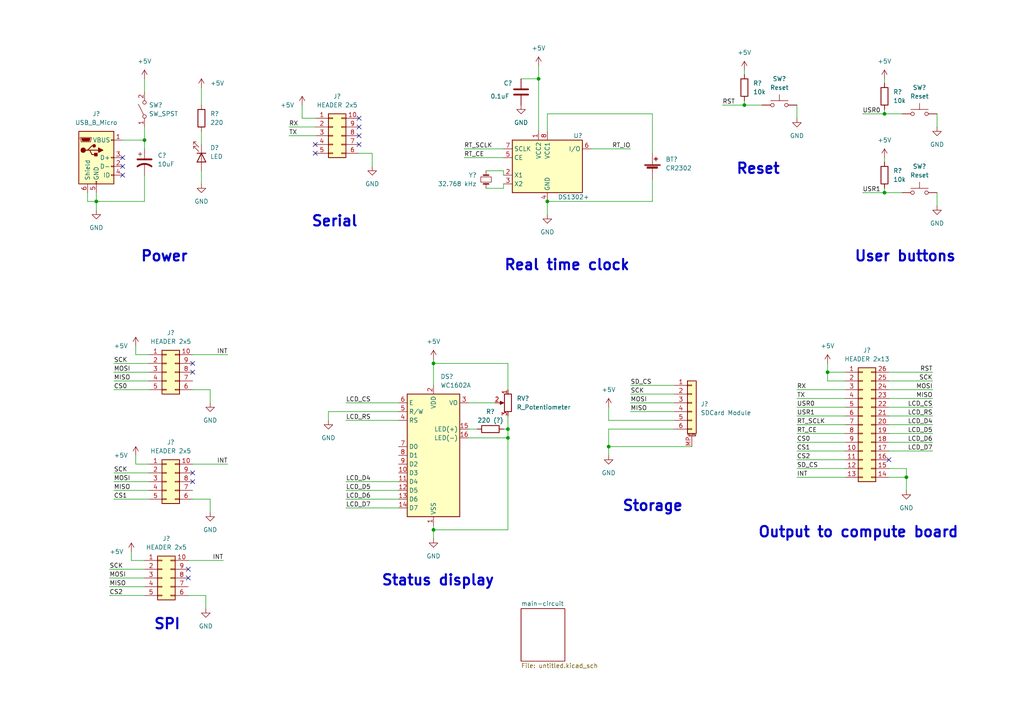
<source format=kicad_sch>
(kicad_sch (version 20211123) (generator eeschema)
  (paper "A4")
  (lib_symbols
    (symbol "Connector:USB_B_Micro" (pin_names (offset 1.016))
      (property "Reference" "J" (at -5.08 11.43 0))
      (property "Value" "USB_B_Micro" (at -5.08 8.89 0))
      (symbol "USB_B_Micro_0_1"
        (rectangle (start -5.08 -7.62) (end 5.08 7.62) (stroke (width 0.254)) (fill (type background)))
        (circle (center -3.81 2.159) (radius 0.635) (stroke (width 0.254)) (fill (type outline)))
        (circle (center -0.635 3.429) (radius 0.381) (stroke (width 0.254)) (fill (type outline)))
        (rectangle (start -0.127 -7.62) (end 0.127 -6.858))
        (polyline (pts (xy -1.905 2.159) (xy 0.635 2.159)) (stroke (width 0.254)))
        (polyline (pts (xy -3.175 2.159) (xy -2.54 2.159) (xy -1.27 3.429) (xy -0.635 3.429)) (stroke (width 0.254)))
        (polyline (pts (xy -2.54 2.159) (xy -1.905 2.159) (xy -1.27 0.889) (xy 0 0.889)) (stroke (width 0.254)))
        (polyline (pts (xy 0.635 2.794) (xy 0.635 1.524) (xy 1.905 2.159) (xy 0.635 2.794)) (stroke (width 0.254)) (fill (type outline)))
        (polyline (pts (xy -4.318 5.588) (xy -1.778 5.588) (xy -2.032 4.826) (xy -4.064 4.826) (xy -4.318 5.588)) (fill (type outline)))
        (polyline (pts (xy -4.699 5.842) (xy -4.699 5.588) (xy -4.445 4.826) (xy -4.445 4.572) (xy -1.651 4.572) (xy -1.651 4.826) (xy -1.397 5.588) (xy -1.397 5.842) (xy -4.699 5.842)))
        (rectangle (start 0.254 1.27) (end -0.508 0.508) (stroke (width 0.254)) (fill (type outline)))
        (rectangle (start 5.08 -5.207) (end 4.318 -4.953))
        (rectangle (start 5.08 -2.667) (end 4.318 -2.413))
        (rectangle (start 5.08 -0.127) (end 4.318 0.127))
        (rectangle (start 5.08 4.953) (end 4.318 5.207))
      )
      (symbol "USB_B_Micro_1_1"
        (pin power_out line (at 7.62 5.08 180) (length 2.54) (name "VBUS") (number "1"))
        (pin bidirectional line (at 7.62 -2.54 180) (length 2.54) (name "D-") (number "2"))
        (pin bidirectional line (at 7.62 0 180) (length 2.54) (name "D+") (number "3"))
        (pin passive line (at 7.62 -5.08 180) (length 2.54) (name "ID") (number "4"))
        (pin power_out line (at 0 -10.16 90) (length 2.54) (name "GND") (number "5"))
        (pin passive line (at -2.54 -10.16 90) (length 2.54) (name "Shield") (number "6"))
      )
    )
    (symbol "Connector_Generic:Conn_02x05_Counter_Clockwise" (pin_names (offset 1.016) hide)
      (property "Reference" "J" (at 1.27 7.62 0))
      (property "Value" "Conn_02x05_Counter_Clockwise" (at 1.27 -7.62 0))
      (symbol "Conn_02x05_Counter_Clockwise_1_1"
        (rectangle (start -1.27 -4.953) (end 0 -5.207) (stroke (width 0.1524)))
        (rectangle (start -1.27 -2.413) (end 0 -2.667) (stroke (width 0.1524)))
        (rectangle (start -1.27 0.127) (end 0 -0.127) (stroke (width 0.1524)))
        (rectangle (start -1.27 2.667) (end 0 2.413) (stroke (width 0.1524)))
        (rectangle (start -1.27 5.207) (end 0 4.953) (stroke (width 0.1524)))
        (rectangle (start -1.27 6.35) (end 3.81 -6.35) (stroke (width 0.254)) (fill (type background)))
        (rectangle (start 3.81 -4.953) (end 2.54 -5.207) (stroke (width 0.1524)))
        (rectangle (start 3.81 -2.413) (end 2.54 -2.667) (stroke (width 0.1524)))
        (rectangle (start 3.81 0.127) (end 2.54 -0.127) (stroke (width 0.1524)))
        (rectangle (start 3.81 2.667) (end 2.54 2.413) (stroke (width 0.1524)))
        (rectangle (start 3.81 5.207) (end 2.54 4.953) (stroke (width 0.1524)))
        (pin passive line (at -5.08 5.08 0) (length 3.81) (name "Pin_1") (number "1"))
        (pin passive line (at 7.62 5.08 180) (length 3.81) (name "Pin_10") (number "10"))
        (pin passive line (at -5.08 2.54 0) (length 3.81) (name "Pin_2") (number "2"))
        (pin passive line (at -5.08 0 0) (length 3.81) (name "Pin_3") (number "3"))
        (pin passive line (at -5.08 -2.54 0) (length 3.81) (name "Pin_4") (number "4"))
        (pin passive line (at -5.08 -5.08 0) (length 3.81) (name "Pin_5") (number "5"))
        (pin passive line (at 7.62 -5.08 180) (length 3.81) (name "Pin_6") (number "6"))
        (pin passive line (at 7.62 -2.54 180) (length 3.81) (name "Pin_7") (number "7"))
        (pin passive line (at 7.62 0 180) (length 3.81) (name "Pin_8") (number "8"))
        (pin passive line (at 7.62 2.54 180) (length 3.81) (name "Pin_9") (number "9"))
      )
    )
    (symbol "Connector_Generic:Conn_02x13_Counter_Clockwise" (pin_names (offset 1.016) hide)
      (property "Reference" "J" (at 1.27 17.78 0))
      (property "Value" "Conn_02x13_Counter_Clockwise" (at 1.27 -17.78 0))
      (symbol "Conn_02x13_Counter_Clockwise_1_1"
        (rectangle (start -1.27 -15.113) (end 0 -15.367) (stroke (width 0.1524)))
        (rectangle (start -1.27 -12.573) (end 0 -12.827) (stroke (width 0.1524)))
        (rectangle (start -1.27 -10.033) (end 0 -10.287) (stroke (width 0.1524)))
        (rectangle (start -1.27 -7.493) (end 0 -7.747) (stroke (width 0.1524)))
        (rectangle (start -1.27 -4.953) (end 0 -5.207) (stroke (width 0.1524)))
        (rectangle (start -1.27 -2.413) (end 0 -2.667) (stroke (width 0.1524)))
        (rectangle (start -1.27 0.127) (end 0 -0.127) (stroke (width 0.1524)))
        (rectangle (start -1.27 2.667) (end 0 2.413) (stroke (width 0.1524)))
        (rectangle (start -1.27 5.207) (end 0 4.953) (stroke (width 0.1524)))
        (rectangle (start -1.27 7.747) (end 0 7.493) (stroke (width 0.1524)))
        (rectangle (start -1.27 10.287) (end 0 10.033) (stroke (width 0.1524)))
        (rectangle (start -1.27 12.827) (end 0 12.573) (stroke (width 0.1524)))
        (rectangle (start -1.27 15.367) (end 0 15.113) (stroke (width 0.1524)))
        (rectangle (start -1.27 16.51) (end 3.81 -16.51) (stroke (width 0.254)) (fill (type background)))
        (rectangle (start 3.81 -15.113) (end 2.54 -15.367) (stroke (width 0.1524)))
        (rectangle (start 3.81 -12.573) (end 2.54 -12.827) (stroke (width 0.1524)))
        (rectangle (start 3.81 -10.033) (end 2.54 -10.287) (stroke (width 0.1524)))
        (rectangle (start 3.81 -7.493) (end 2.54 -7.747) (stroke (width 0.1524)))
        (rectangle (start 3.81 -4.953) (end 2.54 -5.207) (stroke (width 0.1524)))
        (rectangle (start 3.81 -2.413) (end 2.54 -2.667) (stroke (width 0.1524)))
        (rectangle (start 3.81 0.127) (end 2.54 -0.127) (stroke (width 0.1524)))
        (rectangle (start 3.81 2.667) (end 2.54 2.413) (stroke (width 0.1524)))
        (rectangle (start 3.81 5.207) (end 2.54 4.953) (stroke (width 0.1524)))
        (rectangle (start 3.81 7.747) (end 2.54 7.493) (stroke (width 0.1524)))
        (rectangle (start 3.81 10.287) (end 2.54 10.033) (stroke (width 0.1524)))
        (rectangle (start 3.81 12.827) (end 2.54 12.573) (stroke (width 0.1524)))
        (rectangle (start 3.81 15.367) (end 2.54 15.113) (stroke (width 0.1524)))
        (pin passive line (at -5.08 15.24 0) (length 3.81) (name "Pin_1") (number "1"))
        (pin passive line (at -5.08 -7.62 0) (length 3.81) (name "Pin_10") (number "10"))
        (pin passive line (at -5.08 -10.16 0) (length 3.81) (name "Pin_11") (number "11"))
        (pin passive line (at -5.08 -12.7 0) (length 3.81) (name "Pin_12") (number "12"))
        (pin passive line (at -5.08 -15.24 0) (length 3.81) (name "Pin_13") (number "13"))
        (pin passive line (at 7.62 -15.24 180) (length 3.81) (name "Pin_14") (number "14"))
        (pin passive line (at 7.62 -12.7 180) (length 3.81) (name "Pin_15") (number "15"))
        (pin passive line (at 7.62 -10.16 180) (length 3.81) (name "Pin_16") (number "16"))
        (pin passive line (at 7.62 -7.62 180) (length 3.81) (name "Pin_17") (number "17"))
        (pin passive line (at 7.62 -5.08 180) (length 3.81) (name "Pin_18") (number "18"))
        (pin passive line (at 7.62 -2.54 180) (length 3.81) (name "Pin_19") (number "19"))
        (pin passive line (at -5.08 12.7 0) (length 3.81) (name "Pin_2") (number "2"))
        (pin passive line (at 7.62 0 180) (length 3.81) (name "Pin_20") (number "20"))
        (pin passive line (at 7.62 2.54 180) (length 3.81) (name "Pin_21") (number "21"))
        (pin passive line (at 7.62 5.08 180) (length 3.81) (name "Pin_22") (number "22"))
        (pin passive line (at 7.62 7.62 180) (length 3.81) (name "Pin_23") (number "23"))
        (pin passive line (at 7.62 10.16 180) (length 3.81) (name "Pin_24") (number "24"))
        (pin passive line (at 7.62 12.7 180) (length 3.81) (name "Pin_25") (number "25"))
        (pin passive line (at 7.62 15.24 180) (length 3.81) (name "Pin_26") (number "26"))
        (pin passive line (at -5.08 10.16 0) (length 3.81) (name "Pin_3") (number "3"))
        (pin passive line (at -5.08 7.62 0) (length 3.81) (name "Pin_4") (number "4"))
        (pin passive line (at -5.08 5.08 0) (length 3.81) (name "Pin_5") (number "5"))
        (pin passive line (at -5.08 2.54 0) (length 3.81) (name "Pin_6") (number "6"))
        (pin passive line (at -5.08 0 0) (length 3.81) (name "Pin_7") (number "7"))
        (pin passive line (at -5.08 -2.54 0) (length 3.81) (name "Pin_8") (number "8"))
        (pin passive line (at -5.08 -5.08 0) (length 3.81) (name "Pin_9") (number "9"))
      )
    )
    (symbol "Connector_Generic_MountingPin:Conn_01x06_MountingPin" (pin_names (offset 1.016) hide)
      (property "Reference" "J" (at 0 7.62 0))
      (property "Value" "Conn_01x06_MountingPin" (at 1.27 -10.16 0))
      (symbol "Conn_01x06_MountingPin_1_1"
        (rectangle (start -1.27 -7.493) (end 0 -7.747) (stroke (width 0.1524)))
        (rectangle (start -1.27 -4.953) (end 0 -5.207) (stroke (width 0.1524)))
        (rectangle (start -1.27 -2.413) (end 0 -2.667) (stroke (width 0.1524)))
        (rectangle (start -1.27 0.127) (end 0 -0.127) (stroke (width 0.1524)))
        (rectangle (start -1.27 2.667) (end 0 2.413) (stroke (width 0.1524)))
        (rectangle (start -1.27 5.207) (end 0 4.953) (stroke (width 0.1524)))
        (rectangle (start -1.27 6.35) (end 1.27 -8.89) (stroke (width 0.254)) (fill (type background)))
        (polyline (pts (xy -1.016 -9.652) (xy 1.016 -9.652)) (stroke (width 0.1524)))
        (text "Mounting" (at 0 -9.271 0) (effects (font (size 0.381 0.381))))
        (pin passive line (at -5.08 5.08 0) (length 3.81) (name "Pin_1") (number "1"))
        (pin passive line (at -5.08 2.54 0) (length 3.81) (name "Pin_2") (number "2"))
        (pin passive line (at -5.08 0 0) (length 3.81) (name "Pin_3") (number "3"))
        (pin passive line (at -5.08 -2.54 0) (length 3.81) (name "Pin_4") (number "4"))
        (pin passive line (at -5.08 -5.08 0) (length 3.81) (name "Pin_5") (number "5"))
        (pin passive line (at -5.08 -7.62 0) (length 3.81) (name "Pin_6") (number "6"))
        (pin passive line (at 0 -12.7 90) (length 3.048) (name "MountPin") (number "MP"))
      )
    )
    (symbol "Device:Battery_Cell" (pin_numbers hide) (pin_names (offset 0) hide)
      (property "Reference" "BT" (at 2.54 2.54 0))
      (property "Value" "Battery_Cell" (at 2.54 0 0))
      (symbol "Battery_Cell_0_1"
        (rectangle (start -2.286 1.778) (end 2.286 1.524) (fill (type outline)))
        (rectangle (start -1.5748 1.1938) (end 1.4732 0.6858) (fill (type outline)))
        (polyline (pts (xy 0 0.762) (xy 0 0)))
        (polyline (pts (xy 0 1.778) (xy 0 2.54)))
        (polyline (pts (xy 0.508 3.429) (xy 1.524 3.429)) (stroke (width 0.254)))
        (polyline (pts (xy 1.016 3.937) (xy 1.016 2.921)) (stroke (width 0.254)))
      )
      (symbol "Battery_Cell_1_1"
        (pin passive line (at 0 5.08 270) (length 2.54) (name "+") (number "1"))
        (pin passive line (at 0 -2.54 90) (length 2.54) (name "-") (number "2"))
      )
    )
    (symbol "Device:C" (pin_numbers hide) (pin_names (offset 0.254))
      (property "Reference" "C" (at 0.635 2.54 0))
      (property "Value" "C" (at 0.635 -2.54 0))
      (symbol "C_0_1"
        (polyline (pts (xy -2.032 -0.762) (xy 2.032 -0.762)) (stroke (width 0.508)))
        (polyline (pts (xy -2.032 0.762) (xy 2.032 0.762)) (stroke (width 0.508)))
      )
      (symbol "C_1_1"
        (pin passive line (at 0 3.81 270) (length 2.794) (name "~") (number "1"))
        (pin passive line (at 0 -3.81 90) (length 2.794) (name "~") (number "2"))
      )
    )
    (symbol "Device:C_Polarized_US" (pin_numbers hide) (pin_names (offset 0.254) hide)
      (property "Reference" "C" (at 0.635 2.54 0))
      (property "Value" "C_Polarized_US" (at 0.635 -2.54 0))
      (symbol "C_Polarized_US_0_1"
        (polyline (pts (xy -2.032 0.762) (xy 2.032 0.762)) (stroke (width 0.508)))
        (polyline (pts (xy -1.778 2.286) (xy -0.762 2.286)))
        (polyline (pts (xy -1.27 1.778) (xy -1.27 2.794)))
        (arc (start 2.032 -1.27) (mid 0 -0.5572) (end -2.032 -1.27) (stroke (width 0.508)))
      )
      (symbol "C_Polarized_US_1_1"
        (pin passive line (at 0 3.81 270) (length 2.794) (name "~") (number "1"))
        (pin passive line (at 0 -3.81 90) (length 3.302) (name "~") (number "2"))
      )
    )
    (symbol "Device:Crystal_Small" (pin_numbers hide) (pin_names (offset 1.016) hide)
      (property "Reference" "Y" (at 0 2.54 0))
      (property "Value" "Crystal_Small" (at 0 -2.54 0))
      (symbol "Crystal_Small_0_1"
        (rectangle (start -0.762 -1.524) (end 0.762 1.524))
        (polyline (pts (xy -1.27 -0.762) (xy -1.27 0.762)) (stroke (width 0.381)))
        (polyline (pts (xy 1.27 -0.762) (xy 1.27 0.762)) (stroke (width 0.381)))
      )
      (symbol "Crystal_Small_1_1"
        (pin passive line (at -2.54 0 0) (length 1.27) (name "1") (number "1"))
        (pin passive line (at 2.54 0 180) (length 1.27) (name "2") (number "2"))
      )
    )
    (symbol "Device:LED" (pin_numbers hide) (pin_names (offset 1.016) hide)
      (property "Reference" "D" (at 0 2.54 0))
      (property "Value" "LED" (at 0 -2.54 0))
      (symbol "LED_0_1"
        (polyline (pts (xy -1.27 -1.27) (xy -1.27 1.27)) (stroke (width 0.254)))
        (polyline (pts (xy -1.27 0) (xy 1.27 0)))
        (polyline (pts (xy 1.27 -1.27) (xy 1.27 1.27) (xy -1.27 0) (xy 1.27 -1.27)) (stroke (width 0.254)))
        (polyline (pts (xy -3.048 -0.762) (xy -4.572 -2.286) (xy -3.81 -2.286) (xy -4.572 -2.286) (xy -4.572 -1.524)))
        (polyline (pts (xy -1.778 -0.762) (xy -3.302 -2.286) (xy -2.54 -2.286) (xy -3.302 -2.286) (xy -3.302 -1.524)))
      )
      (symbol "LED_1_1"
        (pin passive line (at -3.81 0 0) (length 2.54) (name "K") (number "1"))
        (pin passive line (at 3.81 0 180) (length 2.54) (name "A") (number "2"))
      )
    )
    (symbol "Device:R" (pin_numbers hide) (pin_names (offset 0))
      (property "Reference" "R" (at 2.032 0 90))
      (property "Value" "R" (at 0 0 90))
      (symbol "R_0_1"
        (rectangle (start -1.016 -2.54) (end 1.016 2.54) (stroke (width 0.254)))
      )
      (symbol "R_1_1"
        (pin passive line (at 0 3.81 270) (length 1.27) (name "~") (number "1"))
        (pin passive line (at 0 -3.81 90) (length 1.27) (name "~") (number "2"))
      )
    )
    (symbol "Device:R_Potentiometer" (pin_names (offset 1.016) hide)
      (property "Reference" "RV" (at -4.445 0 90))
      (property "Value" "R_Potentiometer" (at -2.54 0 90))
      (symbol "R_Potentiometer_0_1"
        (polyline (pts (xy 2.54 0) (xy 1.524 0)))
        (polyline (pts (xy 1.143 0) (xy 2.286 0.508) (xy 2.286 -0.508) (xy 1.143 0)) (fill (type outline)))
        (rectangle (start 1.016 2.54) (end -1.016 -2.54) (stroke (width 0.254)))
      )
      (symbol "R_Potentiometer_1_1"
        (pin passive line (at 0 3.81 270) (length 1.27) (name "1") (number "1"))
        (pin passive line (at 3.81 0 180) (length 1.27) (name "2") (number "2"))
        (pin passive line (at 0 -3.81 90) (length 1.27) (name "3") (number "3"))
      )
    )
    (symbol "Display_Character:WC1602A"
      (property "Reference" "DS" (at -5.842 19.05 0))
      (property "Value" "WC1602A" (at 5.334 19.05 0))
      (symbol "WC1602A_1_1"
        (rectangle (start -7.62 17.78) (end 7.62 -17.78) (stroke (width 0.254)) (fill (type background)))
        (pin power_in line (at 0 -20.32 90) (length 2.54) (name "VSS") (number "1"))
        (pin input line (at -10.16 -5.08 0) (length 2.54) (name "D3") (number "10"))
        (pin input line (at -10.16 -7.62 0) (length 2.54) (name "D4") (number "11"))
        (pin input line (at -10.16 -10.16 0) (length 2.54) (name "D5") (number "12"))
        (pin input line (at -10.16 -12.7 0) (length 2.54) (name "D6") (number "13"))
        (pin input line (at -10.16 -15.24 0) (length 2.54) (name "D7") (number "14"))
        (pin power_in line (at 10.16 7.62 180) (length 2.54) (name "LED(+)") (number "15"))
        (pin power_in line (at 10.16 5.08 180) (length 2.54) (name "LED(-)") (number "16"))
        (pin power_in line (at 0 20.32 270) (length 2.54) (name "VDD") (number "2"))
        (pin input line (at 10.16 15.24 180) (length 2.54) (name "VO") (number "3"))
        (pin input line (at -10.16 10.16 0) (length 2.54) (name "RS") (number "4"))
        (pin input line (at -10.16 12.7 0) (length 2.54) (name "R/W") (number "5"))
        (pin input line (at -10.16 15.24 0) (length 2.54) (name "E") (number "6"))
        (pin input line (at -10.16 2.54 0) (length 2.54) (name "D0") (number "7"))
        (pin input line (at -10.16 0 0) (length 2.54) (name "D1") (number "8"))
        (pin input line (at -10.16 -2.54 0) (length 2.54) (name "D2") (number "9"))
      )
    )
    (symbol "Switch:SW_Push" (pin_numbers hide) (pin_names (offset 1.016) hide)
      (property "Reference" "SW" (at 1.27 2.54 0))
      (property "Value" "SW_Push" (at 0 -1.524 0))
      (symbol "SW_Push_0_1"
        (circle (center -2.032 0) (radius 0.508))
        (polyline (pts (xy 0 1.27) (xy 0 3.048)))
        (polyline (pts (xy 2.54 1.27) (xy -2.54 1.27)))
        (circle (center 2.032 0) (radius 0.508))
        (pin passive line (at -5.08 0 0) (length 2.54) (name "1") (number "1"))
        (pin passive line (at 5.08 0 180) (length 2.54) (name "2") (number "2"))
      )
    )
    (symbol "Switch:SW_SPST" (pin_names (offset 0) hide)
      (property "Reference" "SW" (at 0 3.175 0))
      (property "Value" "SW_SPST" (at 0 -2.54 0))
      (symbol "SW_SPST_0_0"
        (circle (center -2.032 0) (radius 0.508))
        (polyline (pts (xy -1.524 0.254) (xy 1.524 1.778)))
        (circle (center 2.032 0) (radius 0.508))
      )
      (symbol "SW_SPST_1_1"
        (pin passive line (at -5.08 0 0) (length 2.54) (name "A") (number "1"))
        (pin passive line (at 5.08 0 180) (length 2.54) (name "B") (number "2"))
      )
    )
    (symbol "Timer_RTC:DS1302+"
      (property "Reference" "U" (at -8.89 8.89 0))
      (property "Value" "DS1302+" (at 6.35 8.89 0))
      (symbol "DS1302+_1_1"
        (rectangle (start -10.16 7.62) (end 10.16 -7.62) (stroke (width 0.254)) (fill (type background)))
        (pin power_in line (at -2.54 10.16 270) (length 2.54) (name "VCC2") (number "1"))
        (pin input line (at -12.7 -2.54 0) (length 2.54) (name "X1") (number "2"))
        (pin input line (at -12.7 -5.08 0) (length 2.54) (name "X2") (number "3"))
        (pin power_in line (at 0 -10.16 90) (length 2.54) (name "GND") (number "4"))
        (pin input line (at -12.7 2.54 0) (length 2.54) (name "CE") (number "5"))
        (pin bidirectional line (at 12.7 5.08 180) (length 2.54) (name "I/O") (number "6"))
        (pin input line (at -12.7 5.08 0) (length 2.54) (name "SCLK") (number "7"))
        (pin power_in line (at 0 10.16 270) (length 2.54) (name "VCC1") (number "8"))
      )
    )
    (symbol "power:+5V" (power) (pin_names (offset 0))
      (property "Value" "+5V" (at 0 3.556 0))
      (symbol "+5V_0_1"
        (polyline (pts (xy -0.762 1.27) (xy 0 2.54)))
        (polyline (pts (xy 0 0) (xy 0 2.54)))
        (polyline (pts (xy 0 2.54) (xy 0.762 1.27)))
      )
      (symbol "+5V_1_1"
        (pin power_in line (at 0 0 90) (length 0) hide (name "+5V") (number "1"))
      )
    )
    (symbol "power:GND" (power) (pin_names (offset 0))
      (property "Value" "GND" (at 0 -3.81 0))
      (symbol "GND_0_1"
        (polyline (pts (xy 0 0) (xy 0 -1.27) (xy 1.27 -1.27) (xy 0 -2.54) (xy -1.27 -1.27) (xy 0 -1.27)))
      )
      (symbol "GND_1_1"
        (pin power_in line (at 0 0 270) (length 0) hide (name "GND") (number "1"))
      )
    )
  )
  (junction (at 158.75 58.42))
  (junction (at 215.9 30.48))
  (junction (at 262.89 138.43))
  (junction (at 176.53 129.54))
  (junction (at 27.94 58.42))
  (junction (at 147.32 124.46))
  (junction (at 240.03 107.95))
  (junction (at 125.73 153.67))
  (junction (at 256.54 33.02))
  (junction (at 156.21 22.86))
  (junction (at 147.32 127))
  (junction (at 41.91 40.64))
  (junction (at 256.54 55.88))
  (junction (at 125.73 105.41))
  (no_connect (at 54.61 167.64))
  (no_connect (at 55.88 139.7))
  (no_connect (at 54.61 165.1))
  (no_connect (at 35.56 45.72))
  (no_connect (at 35.56 50.8))
  (no_connect (at 35.56 48.26))
  (no_connect (at 91.44 41.91))
  (no_connect (at 91.44 44.45))
  (no_connect (at 104.14 34.29))
  (no_connect (at 104.14 36.83))
  (no_connect (at 104.14 39.37))
  (no_connect (at 104.14 41.91))
  (no_connect (at 55.88 105.41))
  (no_connect (at 55.88 107.95))
  (no_connect (at 55.88 137.16))
  (no_connect (at 257.81 133.35))
  (wire (pts (xy 215.9 30.48) (xy 220.98 30.48)))
  (wire (pts (xy 33.02 113.03) (xy 43.18 113.03)))
  (wire (pts (xy 176.53 129.54) (xy 176.53 124.46)))
  (wire (pts (xy 189.23 33.02) (xy 189.23 44.45)))
  (wire (pts (xy 176.53 129.54) (xy 200.66 129.54)))
  (wire (pts (xy 215.9 29.21) (xy 215.9 30.48)))
  (wire (pts (xy 39.37 102.87) (xy 43.18 102.87)))
  (wire (pts (xy 209.55 30.48) (xy 215.9 30.48)))
  (wire (pts (xy 147.32 120.65) (xy 147.32 124.46)))
  (wire (pts (xy 256.54 54.61) (xy 256.54 55.88)))
  (wire (pts (xy 195.58 121.92) (xy 176.53 121.92)))
  (wire (pts (xy 100.33 147.32) (xy 115.57 147.32)))
  (wire (pts (xy 271.78 59.69) (xy 271.78 55.88)))
  (wire (pts (xy 95.25 119.38) (xy 95.25 121.92)))
  (wire (pts (xy 257.81 123.19) (xy 270.51 123.19)))
  (wire (pts (xy 231.14 34.29) (xy 231.14 30.48)))
  (wire (pts (xy 256.54 31.75) (xy 256.54 33.02)))
  (wire (pts (xy 134.62 45.72) (xy 146.05 45.72)))
  (wire (pts (xy 38.1 160.02) (xy 38.1 162.56)))
  (wire (pts (xy 147.32 113.03) (xy 147.32 105.41)))
  (wire (pts (xy 125.73 152.4) (xy 125.73 153.67)))
  (wire (pts (xy 135.89 124.46) (xy 138.43 124.46)))
  (wire (pts (xy 58.42 38.1) (xy 58.42 41.91)))
  (wire (pts (xy 262.89 142.24) (xy 262.89 138.43)))
  (wire (pts (xy 38.1 162.56) (xy 41.91 162.56)))
  (wire (pts (xy 140.97 49.53) (xy 146.05 49.53)))
  (wire (pts (xy 231.14 113.03) (xy 245.11 113.03)))
  (wire (pts (xy 176.53 124.46) (xy 195.58 124.46)))
  (wire (pts (xy 231.14 135.89) (xy 245.11 135.89)))
  (wire (pts (xy 158.75 33.02) (xy 189.23 33.02)))
  (wire (pts (xy 134.62 43.18) (xy 146.05 43.18)))
  (wire (pts (xy 41.91 58.42) (xy 27.94 58.42)))
  (wire (pts (xy 257.81 118.11) (xy 270.51 118.11)))
  (wire (pts (xy 231.14 125.73) (xy 245.11 125.73)))
  (wire (pts (xy 100.33 144.78) (xy 115.57 144.78)))
  (wire (pts (xy 176.53 132.08) (xy 176.53 129.54)))
  (wire (pts (xy 58.42 25.4) (xy 58.42 30.48)))
  (wire (pts (xy 256.54 45.72) (xy 256.54 46.99)))
  (wire (pts (xy 158.75 58.42) (xy 158.75 62.23)))
  (wire (pts (xy 151.13 22.86) (xy 156.21 22.86)))
  (wire (pts (xy 147.32 153.67) (xy 125.73 153.67)))
  (wire (pts (xy 231.14 115.57) (xy 245.11 115.57)))
  (wire (pts (xy 55.88 144.78) (xy 60.96 144.78)))
  (wire (pts (xy 33.02 105.41) (xy 43.18 105.41)))
  (wire (pts (xy 66.04 102.87) (xy 55.88 102.87)))
  (wire (pts (xy 33.02 142.24) (xy 43.18 142.24)))
  (wire (pts (xy 100.33 139.7) (xy 115.57 139.7)))
  (wire (pts (xy 250.19 55.88) (xy 256.54 55.88)))
  (wire (pts (xy 158.75 38.1) (xy 158.75 33.02)))
  (wire (pts (xy 147.32 127) (xy 147.32 153.67)))
  (wire (pts (xy 147.32 124.46) (xy 147.32 127)))
  (wire (pts (xy 31.75 172.72) (xy 41.91 172.72)))
  (wire (pts (xy 146.05 54.61) (xy 146.05 53.34)))
  (wire (pts (xy 33.02 139.7) (xy 43.18 139.7)))
  (wire (pts (xy 189.23 58.42) (xy 158.75 58.42)))
  (wire (pts (xy 140.97 54.61) (xy 146.05 54.61)))
  (wire (pts (xy 25.4 58.42) (xy 27.94 58.42)))
  (wire (pts (xy 31.75 165.1) (xy 41.91 165.1)))
  (wire (pts (xy 257.81 120.65) (xy 270.51 120.65)))
  (wire (pts (xy 147.32 105.41) (xy 125.73 105.41)))
  (wire (pts (xy 41.91 22.86) (xy 41.91 26.67)))
  (wire (pts (xy 33.02 110.49) (xy 43.18 110.49)))
  (wire (pts (xy 240.03 107.95) (xy 245.11 107.95)))
  (wire (pts (xy 257.81 110.49) (xy 270.51 110.49)))
  (wire (pts (xy 135.89 116.84) (xy 143.51 116.84)))
  (wire (pts (xy 60.96 144.78) (xy 60.96 148.59)))
  (wire (pts (xy 231.14 128.27) (xy 245.11 128.27)))
  (wire (pts (xy 256.54 55.88) (xy 261.62 55.88)))
  (wire (pts (xy 189.23 52.07) (xy 189.23 58.42)))
  (wire (pts (xy 156.21 22.86) (xy 156.21 38.1)))
  (wire (pts (xy 66.04 134.62) (xy 55.88 134.62)))
  (wire (pts (xy 257.81 130.81) (xy 270.51 130.81)))
  (wire (pts (xy 115.57 119.38) (xy 95.25 119.38)))
  (wire (pts (xy 271.78 36.83) (xy 271.78 33.02)))
  (wire (pts (xy 87.63 30.48) (xy 87.63 34.29)))
  (wire (pts (xy 231.14 123.19) (xy 245.11 123.19)))
  (wire (pts (xy 39.37 132.08) (xy 39.37 134.62)))
  (wire (pts (xy 182.88 111.76) (xy 195.58 111.76)))
  (wire (pts (xy 182.88 114.3) (xy 195.58 114.3)))
  (wire (pts (xy 33.02 144.78) (xy 43.18 144.78)))
  (wire (pts (xy 100.33 121.92) (xy 115.57 121.92)))
  (wire (pts (xy 257.81 107.95) (xy 270.51 107.95)))
  (wire (pts (xy 171.45 43.18) (xy 182.88 43.18)))
  (wire (pts (xy 257.81 125.73) (xy 270.51 125.73)))
  (wire (pts (xy 35.56 40.64) (xy 41.91 40.64)))
  (wire (pts (xy 41.91 40.64) (xy 41.91 36.83)))
  (wire (pts (xy 107.95 48.26) (xy 107.95 44.45)))
  (wire (pts (xy 54.61 172.72) (xy 59.69 172.72)))
  (wire (pts (xy 59.69 172.72) (xy 59.69 176.53)))
  (wire (pts (xy 31.75 170.18) (xy 41.91 170.18)))
  (wire (pts (xy 27.94 55.88) (xy 27.94 58.42)))
  (wire (pts (xy 58.42 49.53) (xy 58.42 53.34)))
  (wire (pts (xy 39.37 100.33) (xy 39.37 102.87)))
  (wire (pts (xy 146.05 49.53) (xy 146.05 50.8)))
  (wire (pts (xy 41.91 40.64) (xy 41.91 43.18)))
  (wire (pts (xy 41.91 50.8) (xy 41.91 58.42)))
  (wire (pts (xy 83.82 36.83) (xy 91.44 36.83)))
  (wire (pts (xy 31.75 167.64) (xy 41.91 167.64)))
  (wire (pts (xy 83.82 39.37) (xy 91.44 39.37)))
  (wire (pts (xy 231.14 130.81) (xy 245.11 130.81)))
  (wire (pts (xy 182.88 119.38) (xy 195.58 119.38)))
  (wire (pts (xy 125.73 104.14) (xy 125.73 105.41)))
  (wire (pts (xy 176.53 121.92) (xy 176.53 118.11)))
  (wire (pts (xy 215.9 20.32) (xy 215.9 21.59)))
  (wire (pts (xy 125.73 153.67) (xy 125.73 156.21)))
  (wire (pts (xy 240.03 110.49) (xy 245.11 110.49)))
  (wire (pts (xy 87.63 34.29) (xy 91.44 34.29)))
  (wire (pts (xy 231.14 138.43) (xy 245.11 138.43)))
  (wire (pts (xy 27.94 58.42) (xy 27.94 60.96)))
  (wire (pts (xy 107.95 44.45) (xy 104.14 44.45)))
  (wire (pts (xy 257.81 113.03) (xy 270.51 113.03)))
  (wire (pts (xy 257.81 128.27) (xy 270.51 128.27)))
  (wire (pts (xy 231.14 133.35) (xy 245.11 133.35)))
  (wire (pts (xy 256.54 33.02) (xy 261.62 33.02)))
  (wire (pts (xy 100.33 142.24) (xy 115.57 142.24)))
  (wire (pts (xy 125.73 105.41) (xy 125.73 111.76)))
  (wire (pts (xy 182.88 116.84) (xy 195.58 116.84)))
  (wire (pts (xy 240.03 107.95) (xy 240.03 110.49)))
  (wire (pts (xy 64.77 162.56) (xy 54.61 162.56)))
  (wire (pts (xy 231.14 118.11) (xy 245.11 118.11)))
  (wire (pts (xy 156.21 19.05) (xy 156.21 22.86)))
  (wire (pts (xy 100.33 116.84) (xy 115.57 116.84)))
  (wire (pts (xy 240.03 105.41) (xy 240.03 107.95)))
  (wire (pts (xy 231.14 120.65) (xy 245.11 120.65)))
  (wire (pts (xy 39.37 134.62) (xy 43.18 134.62)))
  (wire (pts (xy 256.54 22.86) (xy 256.54 24.13)))
  (wire (pts (xy 262.89 135.89) (xy 257.81 135.89)))
  (wire (pts (xy 257.81 115.57) (xy 270.51 115.57)))
  (wire (pts (xy 146.05 124.46) (xy 147.32 124.46)))
  (wire (pts (xy 60.96 113.03) (xy 60.96 116.84)))
  (wire (pts (xy 33.02 107.95) (xy 43.18 107.95)))
  (wire (pts (xy 250.19 33.02) (xy 256.54 33.02)))
  (wire (pts (xy 135.89 127) (xy 147.32 127)))
  (wire (pts (xy 262.89 138.43) (xy 262.89 135.89)))
  (wire (pts (xy 25.4 55.88) (xy 25.4 58.42)))
  (wire (pts (xy 55.88 113.03) (xy 60.96 113.03)))
  (wire (pts (xy 33.02 137.16) (xy 43.18 137.16)))
  (wire (pts (xy 262.89 138.43) (xy 257.81 138.43)))
  (text "Real time clock" (at 146.05 78.74 0) (effects (font (size 3 3) (thickness 0.6) bold) (justify left bottom)))
  (text "Reset" (at 213.36 50.8 0) (effects (font (size 3 3) (thickness 0.6) bold) (justify left bottom)))
  (text "Storage" (at 180.34 148.59 0) (effects (font (size 3 3) (thickness 0.6) bold) (justify left bottom)))
  (text "Serial" (at 90.17 66.04 0) (effects (font (size 3 3) (thickness 0.6) bold) (justify left bottom)))
  (text "User buttons" (at 247.65 76.2 0) (effects (font (size 3 3) (thickness 0.6) bold) (justify left bottom)))
  (text "Output to compute board" (at 219.71 156.21 0) (effects (font (size 3 3) (thickness 0.6) bold) (justify left bottom)))
  (text "Status display" (at 110.49 170.18 0) (effects (font (size 3 3) (thickness 0.6) bold) (justify left bottom)))
  (text "Power" (at 40.64 76.2 0) (effects (font (size 3 3) (thickness 0.6) bold) (justify left bottom)))
  (text "SPI" (at 44.45 182.88 0) (effects (font (size 3 3) (thickness 0.6) bold) (justify left bottom)))
  (label "MISO" (at 33.02 110.49 0))
  (label "MISO" (at 33.02 142.24 0))
  (label "LCD_D5" (at 100.33 142.24 0))
  (label "USR1" (at 231.14 120.65 0))
  (label "SCK" (at 182.88 114.3 0))
  (label "CS0" (at 231.14 128.27 0))
  (label "USR0" (at 250.19 33.02 0))
  (label "RX" (at 83.82 36.83 0))
  (label "CS1" (at 231.14 130.81 0))
  (label "SD_CS" (at 231.14 135.89 0))
  (label "LCD_D6" (at 270.51 128.27 180))
  (label "INT" (at 66.04 102.87 180))
  (label "RT_CE" (at 134.62 45.72 0))
  (label "INT" (at 66.04 134.62 180))
  (label "LCD_D5" (at 270.51 125.73 180))
  (label "MOSI" (at 33.02 139.7 0))
  (label "RX" (at 231.14 113.03 0))
  (label "TX" (at 83.82 39.37 0))
  (label "LCD_CS" (at 100.33 116.84 0))
  (label "SCK" (at 270.51 110.49 180))
  (label "SD_CS" (at 182.88 111.76 0))
  (label "CS0" (at 33.02 113.03 0))
  (label "CS1" (at 33.02 144.78 0))
  (label "LCD_D4" (at 100.33 139.7 0))
  (label "RT_SCLK" (at 231.14 123.19 0))
  (label "LCD_D7" (at 270.51 130.81 180))
  (label "TX" (at 231.14 115.57 0))
  (label "SCK" (at 33.02 137.16 0))
  (label "LCD_CS" (at 270.51 118.11 180))
  (label "MISO" (at 31.75 170.18 0))
  (label "INT" (at 231.14 138.43 0))
  (label "INT" (at 64.77 162.56 180))
  (label "MOSI" (at 270.51 113.03 180))
  (label "LCD_RS" (at 270.51 120.65 180))
  (label "MISO" (at 270.51 115.57 180))
  (label "RT_SCLK" (at 134.62 43.18 0))
  (label "RST" (at 209.55 30.48 0))
  (label "CS2" (at 231.14 133.35 0))
  (label "RT_IO" (at 182.88 43.18 180))
  (label "LCD_RS" (at 100.33 121.92 0))
  (label "RST" (at 270.51 107.95 180))
  (label "USR0" (at 231.14 118.11 0))
  (label "CS2" (at 31.75 172.72 0))
  (label "MOSI" (at 31.75 167.64 0))
  (label "RT_CE" (at 231.14 125.73 0))
  (label "MOSI" (at 182.88 116.84 0))
  (label "SCK" (at 33.02 105.41 0))
  (label "MOSI" (at 33.02 107.95 0))
  (label "MISO" (at 182.88 119.38 0))
  (label "SCK" (at 31.75 165.1 0))
  (label "LCD_D7" (at 100.33 147.32 0))
  (label "LCD_D6" (at 100.33 144.78 0))
  (label "LCD_D4" (at 270.51 123.19 180))
  (label "USR1" (at 250.19 55.88 0))
  (symbol (lib_id "power:GND") (at 262.89 142.24 0) (unit 1)
    (property "Reference" "#PWR?" (effects hide))
    (property "Value" "GND" (at 262.89 147.32 0))
  )
  (symbol (lib_id "power:+5V") (at 41.91 22.86 0) (unit 1)
    (property "Reference" "#PWR?" (effects hide))
    (property "Value" "+5V" (at 41.91 17.78 0))
  )
  (symbol (lib_id "Switch:SW_SPST") (at 41.91 31.75 90) (unit 1)
    (property "Reference" "SW?" (at 43.18 30.4799 90) (effects (justify right)))
    (property "Value" "SW_SPST" (at 43.18 33.0199 90) (effects (justify right)))
  )
  (symbol (lib_id "Device:LED") (at 58.42 45.72 270) (unit 1)
    (property "Reference" "D?" (at 60.96 42.8624 90) (effects (justify left)))
    (property "Value" "LED" (at 60.96 45.4024 90) (effects (justify left)))
  )
  (symbol (lib_id "Device:R") (at 256.54 27.94 0) (unit 1)
    (property "Reference" "R?" (at 259.08 26.6699 0) (effects (justify left)))
    (property "Value" "10k" (at 259.08 29.2099 0) (effects (justify left)))
  )
  (symbol (lib_id "power:+5V") (at 176.53 118.11 0) (unit 1)
    (property "Reference" "#PWR?" (effects hide))
    (property "Value" "+5V" (at 176.53 113.03 0))
  )
  (symbol (lib_id "power:GND") (at 58.42 53.34 0) (unit 1)
    (property "Reference" "#PWR?" (effects hide))
    (property "Value" "GND" (at 58.42 58.42 0))
  )
  (symbol (lib_id "power:GND") (at 27.94 60.96 0) (unit 1)
    (property "Reference" "#PWR?" (effects hide))
    (property "Value" "GND" (at 27.94 66.04 0))
  )
  (symbol (lib_id "Connector_Generic_MountingPin:Conn_01x06_MountingPin") (at 200.66 116.84 0) (unit 1)
    (property "Reference" "J?" (at 203.2 117.1955 0) (effects (justify left)))
    (property "Value" "SDCard Module" (at 203.2 119.7355 0) (effects (justify left)))
  )
  (symbol (lib_id "power:GND") (at 59.69 176.53 0) (unit 1)
    (property "Reference" "#PWR?" (effects hide))
    (property "Value" "GND" (at 59.69 181.61 0))
  )
  (symbol (lib_id "Switch:SW_Push") (at 226.06 30.48 0) (unit 1)
    (property "Reference" "SW?" (at 226.06 22.86 0))
    (property "Value" "Reset" (at 226.06 25.4 0))
  )
  (symbol (lib_id "Display_Character:WC1602A") (at 125.73 132.08 0) (unit 1)
    (property "Reference" "DS?" (at 127.7494 109.22 0) (effects (justify left)))
    (property "Value" "WC1602A" (at 127.7494 111.76 0) (effects (justify left)))
    (property "Footprint" "Display:WC1602A" (effects hide))
    (property "Datasheet" "http://www.wincomlcd.com/pdf/WC1602A-SFYLYHTC06.pdf" (effects hide))
  )
  (symbol (lib_id "power:GND") (at 60.96 116.84 0) (unit 1)
    (property "Reference" "#PWR?" (effects hide))
    (property "Value" "GND" (at 60.96 121.92 0))
  )
  (symbol (lib_id "Device:C_Polarized_US") (at 41.91 46.99 0) (unit 1)
    (property "Reference" "C?" (at 45.72 45.0849 0) (effects (justify left)))
    (property "Value" "10uF" (at 45.72 47.6249 0) (effects (justify left)))
  )
  (symbol (lib_id "power:+5V") (at 39.37 100.33 0) (unit 1)
    (property "Reference" "#PWR?" (effects hide))
    (property "Value" "+5V" (at 33.02 100.33 0) (effects (justify left)))
  )
  (symbol (lib_id "power:+5V") (at 39.37 132.08 0) (unit 1)
    (property "Reference" "#PWR?" (effects hide))
    (property "Value" "+5V" (at 33.02 132.08 0) (effects (justify left)))
  )
  (symbol (lib_id "Switch:SW_Push") (at 266.7 33.02 0) (unit 1)
    (property "Reference" "SW?" (at 266.7 25.4 0))
    (property "Value" "Reset" (at 266.7 27.94 0))
  )
  (symbol (lib_id "Device:R") (at 142.24 124.46 90) (unit 1)
    (property "Reference" "R?" (at 142.24 119.38 90))
    (property "Value" "220 (?)" (at 142.24 121.92 90))
  )
  (symbol (lib_id "power:+5V") (at 256.54 22.86 0) (unit 1)
    (property "Reference" "#PWR?" (effects hide))
    (property "Value" "+5V" (at 256.54 17.78 0))
  )
  (symbol (lib_id "Device:R") (at 256.54 50.8 0) (unit 1)
    (property "Reference" "R?" (at 259.08 49.5299 0) (effects (justify left)))
    (property "Value" "10k" (at 259.08 52.0699 0) (effects (justify left)))
  )
  (symbol (lib_id "Connector_Generic:Conn_02x13_Counter_Clockwise") (at 250.19 123.19 0) (unit 1)
    (property "Reference" "J?" (at 251.46 101.6 0))
    (property "Value" "HEADER 2x13" (at 251.46 104.14 0))
  )
  (symbol (lib_id "power:+5V") (at 156.21 19.05 0) (unit 1)
    (property "Reference" "#PWR?" (effects hide))
    (property "Value" "+5V" (at 156.21 13.97 0))
  )
  (symbol (lib_id "power:GND") (at 271.78 59.69 0) (unit 1)
    (property "Reference" "#PWR?" (effects hide))
    (property "Value" "GND" (at 271.78 64.77 0))
  )
  (symbol (lib_id "Timer_RTC:DS1302+") (at 158.75 48.26 0) (unit 1)
    (property "Reference" "U?" (at 167.64 39.37 0))
    (property "Value" "DS1302+" (at 166.37 57.15 0))
    (property "Footprint" "Package_DIP:DIP-8_W7.62mm" (effects hide))
    (property "Datasheet" "https://datasheets.maximintegrated.com/en/ds/DS1302.pdf" (effects hide))
  )
  (symbol (lib_id "Connector_Generic:Conn_02x05_Counter_Clockwise") (at 96.52 39.37 0) (unit 1)
    (property "Reference" "J?" (at 97.79 27.94 0))
    (property "Value" "HEADER 2x5" (at 97.79 30.48 0))
  )
  (symbol (lib_id "power:+5V") (at 38.1 160.02 0) (unit 1)
    (property "Reference" "#PWR?" (effects hide))
    (property "Value" "+5V" (at 31.75 160.02 0) (effects (justify left)))
  )
  (symbol (lib_id "Switch:SW_Push") (at 266.7 55.88 0) (unit 1)
    (property "Reference" "SW?" (at 266.7 48.26 0))
    (property "Value" "Reset" (at 266.7 50.8 0))
  )
  (symbol (lib_id "power:GND") (at 107.95 48.26 0) (unit 1)
    (property "Reference" "#PWR?" (effects hide))
    (property "Value" "GND" (at 107.95 53.34 0))
  )
  (symbol (lib_id "power:GND") (at 95.25 121.92 0) (unit 1)
    (property "Reference" "#PWR?" (effects hide))
    (property "Value" "GND" (at 95.25 127 0))
  )
  (symbol (lib_id "Device:R") (at 58.42 34.29 0) (unit 1)
    (property "Reference" "R?" (at 60.96 33.0199 0) (effects (justify left)))
    (property "Value" "220" (at 60.96 35.5599 0) (effects (justify left)))
  )
  (symbol (lib_id "power:GND") (at 60.96 148.59 0) (unit 1)
    (property "Reference" "#PWR?" (effects hide))
    (property "Value" "GND" (at 60.96 153.67 0))
  )
  (symbol (lib_id "power:GND") (at 125.73 156.21 0) (unit 1)
    (property "Reference" "#PWR?" (effects hide))
    (property "Value" "GND" (at 125.73 161.29 0))
  )
  (symbol (lib_id "Device:Battery_Cell") (at 189.23 49.53 0) (unit 1)
    (property "Reference" "BT?" (at 193.04 46.2279 0) (effects (justify left)))
    (property "Value" "CR2302" (at 193.04 48.7679 0) (effects (justify left)))
  )
  (symbol (lib_id "Connector_Generic:Conn_02x05_Counter_Clockwise") (at 48.26 107.95 0) (unit 1)
    (property "Reference" "J?" (at 49.53 96.52 0))
    (property "Value" "HEADER 2x5" (at 49.53 99.06 0))
  )
  (symbol (lib_id "power:+5V") (at 125.73 104.14 0) (unit 1)
    (property "Reference" "#PWR?" (effects hide))
    (property "Value" "+5V" (at 125.73 99.06 0))
  )
  (symbol (lib_id "power:+5V") (at 256.54 45.72 0) (unit 1)
    (property "Reference" "#PWR?" (effects hide))
    (property "Value" "+5V" (at 256.54 40.64 0))
  )
  (symbol (lib_id "Connector:USB_B_Micro") (at 27.94 45.72 0) (unit 1)
    (property "Reference" "J?" (at 27.94 33.02 0))
    (property "Value" "USB_B_Micro" (at 27.94 35.56 0))
  )
  (symbol (lib_id "power:GND") (at 158.75 62.23 0) (unit 1)
    (property "Reference" "#PWR?" (effects hide))
    (property "Value" "GND" (at 158.75 67.31 0))
  )
  (symbol (lib_id "Device:C") (at 151.13 26.67 0) (unit 1)
    (property "Reference" "C?" (at 146.05 24.13 0) (effects (justify left)))
    (property "Value" "0.1uF" (at 142.24 27.94 0) (effects (justify left)))
  )
  (symbol (lib_id "power:GND") (at 231.14 34.29 0) (unit 1)
    (property "Reference" "#PWR?" (effects hide))
    (property "Value" "GND" (at 231.14 39.37 0))
  )
  (symbol (lib_id "Connector_Generic:Conn_02x05_Counter_Clockwise") (at 46.99 167.64 0) (unit 1)
    (property "Reference" "J?" (at 48.26 156.21 0))
    (property "Value" "HEADER 2x5" (at 48.26 158.75 0))
  )
  (symbol (lib_id "Connector_Generic:Conn_02x05_Counter_Clockwise") (at 48.26 139.7 0) (unit 1)
    (property "Reference" "J?" (at 49.53 128.27 0))
    (property "Value" "HEADER 2x5" (at 49.53 130.81 0))
  )
  (symbol (lib_id "power:+5V") (at 215.9 20.32 0) (unit 1)
    (property "Reference" "#PWR?" (effects hide))
    (property "Value" "+5V" (at 215.9 15.24 0))
  )
  (symbol (lib_id "power:GND") (at 271.78 36.83 0) (unit 1)
    (property "Reference" "#PWR?" (effects hide))
    (property "Value" "GND" (at 271.78 41.91 0))
  )
  (symbol (lib_id "power:+5V") (at 58.42 25.4 0) (unit 1)
    (property "Reference" "#PWR?" (effects hide))
    (property "Value" "+5V" (at 60.96 24.1299 0) (effects (justify left)))
  )
  (symbol (lib_id "power:GND") (at 176.53 132.08 0) (unit 1)
    (property "Reference" "#PWR?" (effects hide))
    (property "Value" "GND" (at 176.53 137.16 0))
  )
  (symbol (lib_id "Device:R") (at 215.9 25.4 0) (unit 1)
    (property "Reference" "R?" (at 218.44 24.1299 0) (effects (justify left)))
    (property "Value" "10k" (at 218.44 26.6699 0) (effects (justify left)))
  )
  (symbol (lib_id "Device:R_Potentiometer") (at 147.32 116.84 0) (mirror y) (unit 1)
    (property "Reference" "RV?" (at 149.86 115.5699 0) (effects (justify right)))
    (property "Value" "R_Potentiometer" (at 149.86 118.1099 0) (effects (justify right)))
  )
  (symbol (lib_id "Device:Crystal_Small") (at 140.97 52.07 90) (unit 1)
    (property "Reference" "Y?" (at 135.89 50.8 90) (effects (justify right)))
    (property "Value" "32.768 kHz" (at 127 53.34 90) (effects (justify right)))
  )
  (symbol (lib_id "power:+5V") (at 240.03 105.41 0) (unit 1)
    (property "Reference" "#PWR?" (effects hide))
    (property "Value" "+5V" (at 240.03 100.33 0))
  )
  (symbol (lib_id "power:GND") (at 151.13 30.48 0) (unit 1)
    (property "Reference" "#PWR?" (effects hide))
    (property "Value" "GND" (at 151.13 35.56 0))
  )
  (symbol (lib_id "power:+5V") (at 87.63 30.48 0) (unit 1)
    (property "Reference" "#PWR?" (effects hide))
    (property "Value" "+5V" (at 81.28 30.48 0) (effects (justify left)))
  )
  (sheet (at 151.13 176.53) (size 12.7 15.24) (stroke (width 0.1524))
    (property "Sheet name" "main-circuit" (at 151.13 175.8184 0) (effects (justify left bottom)))
    (property "Sheet file" "untitled.kicad_sch" (at 151.13 192.3546 0) (effects (justify left top)))
  )
)
</source>
